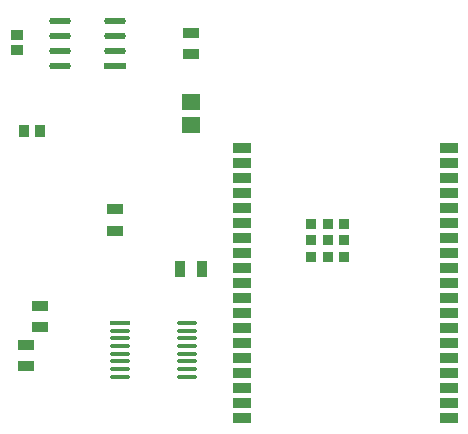
<source format=gtp>
G04*
G04 #@! TF.GenerationSoftware,Altium Limited,Altium Designer,24.10.1 (45)*
G04*
G04 Layer_Color=8421504*
%FSLAX44Y44*%
%MOMM*%
G71*
G04*
G04 #@! TF.SameCoordinates,A659C5E8-25CF-42C6-9C85-9A39C97684D2*
G04*
G04*
G04 #@! TF.FilePolarity,Positive*
G04*
G01*
G75*
%ADD16R,1.5000X0.9000*%
%ADD17R,0.9000X0.9000*%
%ADD18R,1.5562X1.3549*%
%ADD19R,1.4000X0.9500*%
%ADD20R,0.9500X1.4000*%
%ADD21R,1.6554X0.3808*%
G04:AMPARAMS|DCode=22|XSize=1.6554mm|YSize=0.3808mm|CornerRadius=0.1904mm|HoleSize=0mm|Usage=FLASHONLY|Rotation=0.000|XOffset=0mm|YOffset=0mm|HoleType=Round|Shape=RoundedRectangle|*
%AMROUNDEDRECTD22*
21,1,1.6554,0.0000,0,0,0.0*
21,1,1.2747,0.3808,0,0,0.0*
1,1,0.3808,0.6373,0.0000*
1,1,0.3808,-0.6373,0.0000*
1,1,0.3808,-0.6373,0.0000*
1,1,0.3808,0.6373,0.0000*
%
%ADD22ROUNDEDRECTD22*%
%ADD23R,0.9000X1.0000*%
%ADD24R,1.8692X0.5421*%
G04:AMPARAMS|DCode=25|XSize=1.8692mm|YSize=0.5421mm|CornerRadius=0.2711mm|HoleSize=0mm|Usage=FLASHONLY|Rotation=180.000|XOffset=0mm|YOffset=0mm|HoleType=Round|Shape=RoundedRectangle|*
%AMROUNDEDRECTD25*
21,1,1.8692,0.0000,0,0,180.0*
21,1,1.3270,0.5421,0,0,180.0*
1,1,0.5421,-0.6635,0.0000*
1,1,0.5421,0.6635,0.0000*
1,1,0.5421,0.6635,0.0000*
1,1,0.5421,-0.6635,0.0000*
%
%ADD25ROUNDEDRECTD25*%
%ADD26R,1.0000X0.9000*%
D16*
X377050Y361180D02*
D03*
Y348480D02*
D03*
Y335780D02*
D03*
Y323080D02*
D03*
Y310380D02*
D03*
Y297680D02*
D03*
Y284980D02*
D03*
Y272280D02*
D03*
Y259580D02*
D03*
Y246880D02*
D03*
Y234180D02*
D03*
Y221480D02*
D03*
Y208780D02*
D03*
Y196080D02*
D03*
Y183380D02*
D03*
Y170680D02*
D03*
Y157980D02*
D03*
Y145280D02*
D03*
Y132580D02*
D03*
X552050D02*
D03*
Y145280D02*
D03*
Y157980D02*
D03*
Y170680D02*
D03*
Y183380D02*
D03*
Y196080D02*
D03*
Y208780D02*
D03*
Y221480D02*
D03*
Y234180D02*
D03*
Y246880D02*
D03*
Y259580D02*
D03*
Y272280D02*
D03*
Y284980D02*
D03*
Y297680D02*
D03*
Y310380D02*
D03*
Y323080D02*
D03*
Y335780D02*
D03*
Y348480D02*
D03*
Y361180D02*
D03*
D17*
X449550Y283180D02*
D03*
X435550Y269180D02*
D03*
X449550D02*
D03*
X463550D02*
D03*
Y283180D02*
D03*
Y297180D02*
D03*
X449550D02*
D03*
X435550D02*
D03*
Y283180D02*
D03*
D18*
X334010Y380537D02*
D03*
Y400050D02*
D03*
D19*
Y440690D02*
D03*
Y459190D02*
D03*
X269240Y309880D02*
D03*
Y291380D02*
D03*
X205740Y228050D02*
D03*
Y209550D02*
D03*
X194310Y195030D02*
D03*
Y176530D02*
D03*
D20*
X324400Y259080D02*
D03*
X342900D02*
D03*
D21*
X274006Y213250D02*
D03*
D22*
Y206750D02*
D03*
Y200250D02*
D03*
Y193750D02*
D03*
Y187250D02*
D03*
Y180750D02*
D03*
Y174250D02*
D03*
Y167750D02*
D03*
X330514D02*
D03*
Y174250D02*
D03*
Y180750D02*
D03*
Y187250D02*
D03*
Y193750D02*
D03*
Y200250D02*
D03*
Y206750D02*
D03*
Y213250D02*
D03*
D23*
X205740Y375920D02*
D03*
X192740D02*
D03*
D24*
X269516Y430530D02*
D03*
D25*
X269516Y443230D02*
D03*
X269516Y455930D02*
D03*
Y468630D02*
D03*
X223244D02*
D03*
Y455930D02*
D03*
X223244Y443230D02*
D03*
X223244Y430530D02*
D03*
D26*
X186690Y457500D02*
D03*
Y444500D02*
D03*
M02*

</source>
